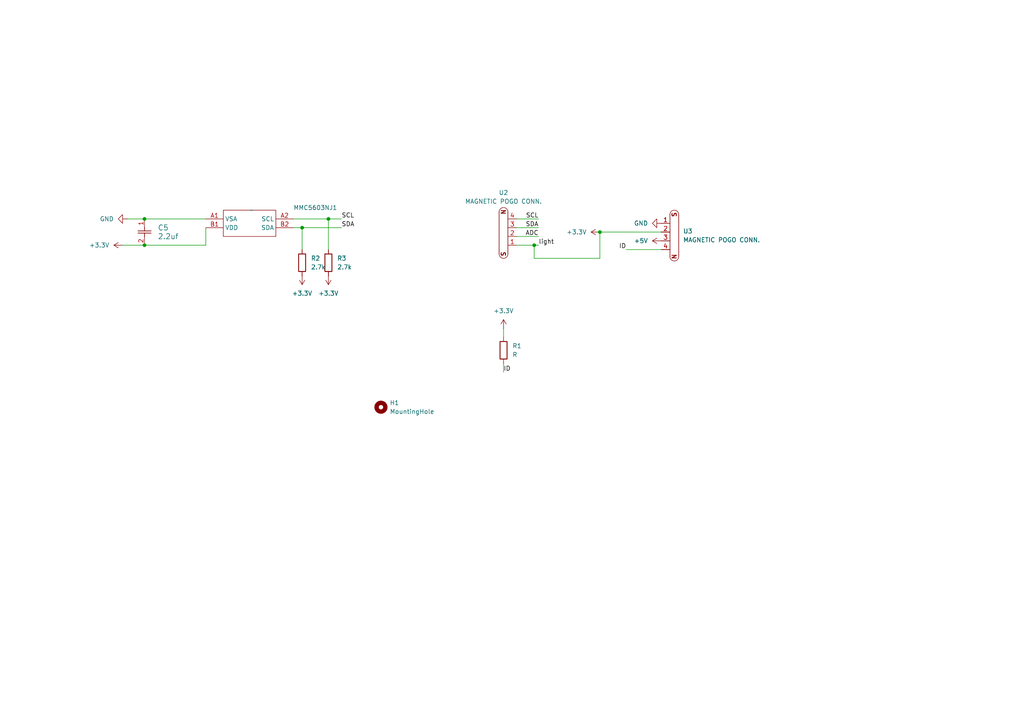
<source format=kicad_sch>
(kicad_sch (version 20250114) (generator "eeschema") (generator_version "9.0")
  (paper "A4")
  (lib_symbols
    (symbol "2026-01-23_05-30-51:C0603C104K5RACTU" (pin_names (offset 0.254))
      (property "Reference" "C" (at 3.81 3.81 0))
      (property "Value" "C0603C104K5RACTU" (at 3.81 -3.81 0))
      (symbol "C0603C104K5RACTU_1_1"
        (polyline (pts (xy 2.54 0) (xy 3.4798 0)) (stroke (width 0.2032)))
        (polyline (pts (xy 3.4798 -1.905) (xy 3.4798 1.905)) (stroke (width 0.2032)))
        (polyline (pts (xy 4.1148 0) (xy 5.08 0)) (stroke (width 0.2032)))
        (polyline (pts (xy 4.1148 -1.905) (xy 4.1148 1.905)) (stroke (width 0.2032)))
        (pin unspecified line (at 0 0 0) (length 2.54) (name "") (number "1"))
        (pin unspecified line (at 7.62 0 180) (length 2.54) (name "") (number "2"))
      )
      (symbol "C0603C104K5RACTU_1_2"
        (polyline (pts (xy -1.905 -3.4798) (xy 1.905 -3.4798)) (stroke (width 0.2032)))
        (polyline (pts (xy -1.905 -4.1148) (xy 1.905 -4.1148)) (stroke (width 0.2032)))
        (polyline (pts (xy 0 -2.54) (xy 0 -3.4798)) (stroke (width 0.2032)))
        (polyline (pts (xy 0 -4.1148) (xy 0 -5.08)) (stroke (width 0.2032)))
        (pin unspecified line (at 0 0 270) (length 2.54) (name "") (number "1"))
        (pin unspecified line (at 0 -7.62 90) (length 2.54) (name "") (number "2"))
      )
    )
    (symbol "Device:R" (pin_numbers (hide yes)) (pin_names (offset 0))
      (property "Reference" "R" (at 2.032 0 90))
      (property "Value" "R" (at 0 0 90))
      (symbol "R_0_1"
        (rectangle (start -1.016 -2.54) (end 1.016 2.54) (stroke (width 0.254)))
      )
      (symbol "R_1_1"
        (pin passive line (at 0 3.81 270) (length 1.27) (name "~") (number "1"))
        (pin passive line (at 0 -3.81 90) (length 1.27) (name "~") (number "2"))
      )
    )
    (symbol "MMC5603NJ_2026-02-16-altium-import:root_0_MMC5603NJ_"
      (symbol "root_0_MMC5603NJ__1_0"
        (rectangle (start -7.62 3.81) (end 7.62 -3.81) (stroke (width 0) (color 136 0 0 1)))
        (pin passive line (at -12.7 1.27 0) (length 5.08) (name "VSA") (number "A1"))
        (pin passive line (at -12.7 -1.27 0) (length 5.08) (name "VDD") (number "B1"))
        (pin passive line (at 12.7 1.27 180) (length 5.08) (name "SCL") (number "A2"))
        (pin passive line (at 12.7 -1.27 180) (length 5.08) (name "SDA") (number "B2"))
      )
    )
    (symbol "Mechanical:MountingHole" (pin_names (offset 1.016)) (in_bom no)
      (property "Reference" "H" (at 0 5.08 0))
      (property "Value" "MountingHole" (at 0 3.175 0))
      (symbol "MountingHole_0_1"
        (circle (center 0 0) (radius 1.27) (stroke (width 1.27)))
      )
    )
    (symbol "magnetic_pogo_conn.:MAGNETIC_POGO_CONN."
      (property "Reference" "U" (at 0.508 4.826 0))
      (property "Value" "MAGNETIC POGO CONN." (at 0.508 2.54 0))
      (symbol "MAGNETIC_POGO_CONN._1_1"
        (rectangle (start -5.08 1.2954) (end 7.112 1.27) (fill (type background)))
        (arc (start -5.08 -1.27) (mid -6.35 0) (end -5.08 1.27))
        (rectangle (start -5.08 -1.2446) (end 7.112 -1.27) (fill (type background)))
        (arc (start 7.112 1.27) (mid 8.382 0) (end 7.112 -1.27))
        (text "S" (at -5.08 0 0) (effects (font (size 1.27 1.27) (thickness 0.254) (bold yes))))
        (text "N" (at 7.112 0 0) (effects (font (size 1.27 1.27) (thickness 0.254) (bold yes))))
        (pin bidirectional line (at -2.54 -3.81 90) (length 2.54) (name "") (number "1"))
        (pin bidirectional line (at 0 -3.81 90) (length 2.54) (name "") (number "2"))
        (pin bidirectional line (at 2.54 -3.81 90) (length 2.54) (name "") (number "3"))
        (pin bidirectional line (at 5.08 -3.81 90) (length 2.54) (name "") (number "4"))
      )
    )
    (symbol "power:+3.3V" (power) (pin_numbers (hide yes)) (pin_names (offset 0) (hide yes))
      (property "Value" "+3.3V" (at 0 3.556 0))
      (symbol "+3.3V_0_1"
        (polyline (pts (xy -0.762 1.27) (xy 0 2.54)))
        (polyline (pts (xy 0 2.54) (xy 0.762 1.27)))
        (polyline (pts (xy 0 0) (xy 0 2.54)))
      )
      (symbol "+3.3V_1_1"
        (pin power_in line (at 0 0 90) (length 0) (name "~") (number "1"))
      )
    )
    (symbol "power:+5V" (power) (pin_numbers (hide yes)) (pin_names (offset 0) (hide yes))
      (property "Value" "+5V" (at 0 3.556 0))
      (symbol "+5V_0_1"
        (polyline (pts (xy -0.762 1.27) (xy 0 2.54)))
        (polyline (pts (xy 0 2.54) (xy 0.762 1.27)))
        (polyline (pts (xy 0 0) (xy 0 2.54)))
      )
      (symbol "+5V_1_1"
        (pin power_in line (at 0 0 90) (length 0) (name "~") (number "1"))
      )
    )
    (symbol "power:GND" (power) (pin_numbers (hide yes)) (pin_names (offset 0) (hide yes))
      (property "Value" "GND" (at 0 -3.81 0))
      (symbol "GND_0_1"
        (polyline (pts (xy 0 0) (xy 0 -1.27) (xy 1.27 -1.27) (xy 0 -2.54) (xy -1.27 -1.27) (xy 0 -1.27)))
      )
      (symbol "GND_1_1"
        (pin power_in line (at 0 0 270) (length 0) (name "~") (number "1"))
      )
    )
  )
  (junction (at 41.91 63.5))
  (junction (at 87.63 66.04))
  (junction (at 95.25 63.5))
  (junction (at 173.99 67.31))
  (junction (at 41.91 71.12))
  (junction (at 154.94 71.12))
  (wire (pts (xy 41.91 71.12) (xy 35.56 71.12)))
  (wire (pts (xy 154.94 71.12) (xy 156.21 71.12)))
  (wire (pts (xy 173.99 67.31) (xy 191.77 67.31)))
  (wire (pts (xy 149.86 71.12) (xy 154.94 71.12)))
  (wire (pts (xy 154.94 74.93) (xy 154.94 71.12)))
  (wire (pts (xy 85.09 66.04) (xy 87.63 66.04)))
  (wire (pts (xy 173.99 74.93) (xy 154.94 74.93)))
  (wire (pts (xy 41.91 63.5) (xy 59.69 63.5)))
  (wire (pts (xy 156.21 63.5) (xy 149.86 63.5)))
  (wire (pts (xy 156.21 66.04) (xy 149.86 66.04)))
  (wire (pts (xy 87.63 66.04) (xy 99.06 66.04)))
  (wire (pts (xy 36.83 63.5) (xy 41.91 63.5)))
  (wire (pts (xy 95.25 63.5) (xy 99.06 63.5)))
  (wire (pts (xy 59.69 66.04) (xy 59.69 71.12)))
  (wire (pts (xy 146.05 95.25) (xy 146.05 97.79)))
  (wire (pts (xy 181.61 72.39) (xy 191.77 72.39)))
  (wire (pts (xy 173.99 67.31) (xy 173.99 74.93)))
  (wire (pts (xy 87.63 66.04) (xy 87.63 72.39)))
  (wire (pts (xy 41.91 71.12) (xy 59.69 71.12)))
  (wire (pts (xy 95.25 63.5) (xy 95.25 72.39)))
  (wire (pts (xy 156.21 68.58) (xy 149.86 68.58)))
  (wire (pts (xy 146.05 107.95) (xy 146.05 105.41)))
  (wire (pts (xy 85.09 63.5) (xy 95.25 63.5)))
  (label "SDA" (at 99.06 66.04 0))
  (label "light" (at 156.21 71.12 0))
  (label "ADC" (at 156.21 68.58 180))
  (label "ID" (at 181.61 72.39 180))
  (label "SCL" (at 156.21 63.5 180))
  (label "SCL" (at 99.06 63.5 0))
  (label "SDA" (at 156.21 66.04 180))
  (label "ID" (at 146.05 107.95 0))
  (symbol (lib_id "power:+3.3V") (at 173.99 67.31 90) (unit 1)
    (property "Reference" "#PWR08" (effects (hide yes)))
    (property "Value" "+3.3V" (at 170.18 67.3099 90) (effects (justify left)))
    (property "Description" "Power symbol creates a global label with name \"+3.3V\"" (effects (hide yes)))
  )
  (symbol (lib_id "power:+3.3V") (at 87.63 80.01 180) (unit 1)
    (property "Reference" "#PWR04" (effects (hide yes)))
    (property "Value" "+3.3V" (at 87.63 85.09 0))
    (property "Description" "Power symbol creates a global label with name \"+3.3V\"" (effects (hide yes)))
  )
  (symbol (lib_id "power:GND") (at 191.77 64.77 270) (unit 1)
    (property "Reference" "#PWR010" (effects (hide yes)))
    (property "Value" "GND" (at 187.96 64.7699 90) (effects (justify right)))
    (property "Description" "Power symbol creates a global label with name \"GND\" , ground" (effects (hide yes)))
  )
  (symbol (lib_id "power:+3.3V") (at 95.25 80.01 180) (unit 1)
    (property "Reference" "#PWR05" (effects (hide yes)))
    (property "Value" "+3.3V" (at 95.25 85.09 0))
    (property "Description" "Power symbol creates a global label with name \"+3.3V\"" (effects (hide yes)))
  )
  (symbol (lib_id "Mechanical:MountingHole") (at 110.49 118.11 0) (unit 1) (in_bom no)
    (property "Reference" "H1" (at 113.03 116.8399 0) (effects (justify left)))
    (property "Value" "MountingHole" (at 113.03 119.3799 0) (effects (justify left)))
    (property "Footprint" "MountingHole:MountingHole_2.7mm_M2.5_Pad" (effects (hide yes)))
    (property "Description" "Mounting Hole without connection" (effects (hide yes)))
  )
  (symbol (lib_id "Device:R") (at 95.25 76.2 0) (unit 1)
    (property "Reference" "R3" (at 97.79 74.9299 0) (effects (justify left)))
    (property "Value" "2.7k" (at 97.79 77.4699 0) (effects (justify left)))
    (property "Footprint" "Resistor_SMD:R_0805_2012Metric" (effects (hide yes)))
    (property "Description" "Resistor" (effects (hide yes)))
  )
  (symbol (lib_id "power:+3.3V") (at 146.05 95.25 0) (unit 1)
    (property "Reference" "#PWR02" (effects (hide yes)))
    (property "Value" "+3.3V" (at 146.05 90.17 0))
    (property "Description" "Power symbol creates a global label with name \"+3.3V\"" (effects (hide yes)))
  )
  (symbol (lib_id "magnetic_pogo_conn.:MAGNETIC_POGO_CONN.") (at 195.58 67.31 270) (unit 1)
    (property "Reference" "U3" (at 198.12 67.0559 90) (effects (justify left)))
    (property "Value" "MAGNETIC POGO CONN." (at 198.12 69.5959 90) (effects (justify left)))
    (property "Footprint" "batteryholder:MAGNETIC POGO CONN." (effects (hide yes)))
  )
  (symbol (lib_id "2026-01-23_05-30-51:C0603C104K5RACTU") (at 41.91 63.5 270) (unit 1)
    (property "Reference" "C5" (at 45.72 66.0399 90) (effects (font (size 1.524 1.524)) (justify left)))
    (property "Value" "2.2uf" (at 45.72 68.5799 90) (effects (font (size 1.524 1.524)) (justify left)))
    (property "Footprint" "Capacitor_SMD:C_0805_2012Metric" (effects (hide yes)))
    (property "Datasheet" "https://content.kemet.com/datasheets/KEM_C1002_X7R_SMD.pdf" (effects (hide yes)))
  )
  (symbol (lib_id "magnetic_pogo_conn.:MAGNETIC_POGO_CONN.") (at 146.05 68.58 90) (unit 1)
    (property "Reference" "U2" (at 146.0373 55.88 90))
    (property "Value" "MAGNETIC POGO CONN." (at 146.0373 58.42 90))
    (property "Footprint" "batteryholder:MAGNETIC POGO CONN." (effects (hide yes)))
  )
  (symbol (lib_id "Device:R") (at 87.63 76.2 0) (unit 1)
    (property "Reference" "R2" (at 90.17 74.9299 0) (effects (justify left)))
    (property "Value" "2.7k" (at 90.17 77.4699 0) (effects (justify left)))
    (property "Footprint" "Resistor_SMD:R_0805_2012Metric" (effects (hide yes)))
    (property "Description" "Resistor" (effects (hide yes)))
  )
  (symbol (lib_id "power:GND") (at 36.83 63.5 270) (unit 1)
    (property "Reference" "#PWR01" (effects (hide yes)))
    (property "Value" "GND" (at 33.02 63.4999 90) (effects (justify right)))
    (property "Description" "Power symbol creates a global label with name \"GND\" , ground" (effects (hide yes)))
  )
  (symbol (lib_id "power:+5V") (at 191.77 69.85 90) (unit 1)
    (property "Reference" "#PWR012" (effects (hide yes)))
    (property "Value" "+5V" (at 187.96 69.8499 90) (effects (justify left)))
    (property "Description" "Power symbol creates a global label with name \"+5V\"" (effects (hide yes)))
  )
  (symbol (lib_id "MMC5603NJ_2026-02-16-altium-import:root_0_MMC5603NJ_") (at 72.39 64.77 0) (unit 1)
    (property "Reference" "MMC5603NJ1" (at 85.09 60.96 0) (effects (justify left bottom)))
    (property "Value" "~" (at 72.39 60.96 0) (effects (justify left)))
    (property "Footprint" "batteryholder:XDCR_MMC5603NJ" (effects (hide yes)))
  )
  (symbol (lib_id "power:+3.3V") (at 35.56 71.12 90) (unit 1)
    (property "Reference" "#PWR03" (effects (hide yes)))
    (property "Value" "+3.3V" (at 31.75 71.1199 90) (effects (justify left)))
    (property "Description" "Power symbol creates a global label with name \"+3.3V\"" (effects (hide yes)))
  )
  (symbol (lib_id "Device:R") (at 146.05 101.6 0) (unit 1)
    (property "Reference" "R1" (at 148.59 100.3299 0) (effects (justify left)))
    (property "Value" "R" (at 148.59 102.8699 0) (effects (justify left)))
    (property "Footprint" "Resistor_SMD:R_0805_2012Metric" (effects (hide yes)))
    (property "Description" "Resistor" (effects (hide yes)))
  )
)
</source>
